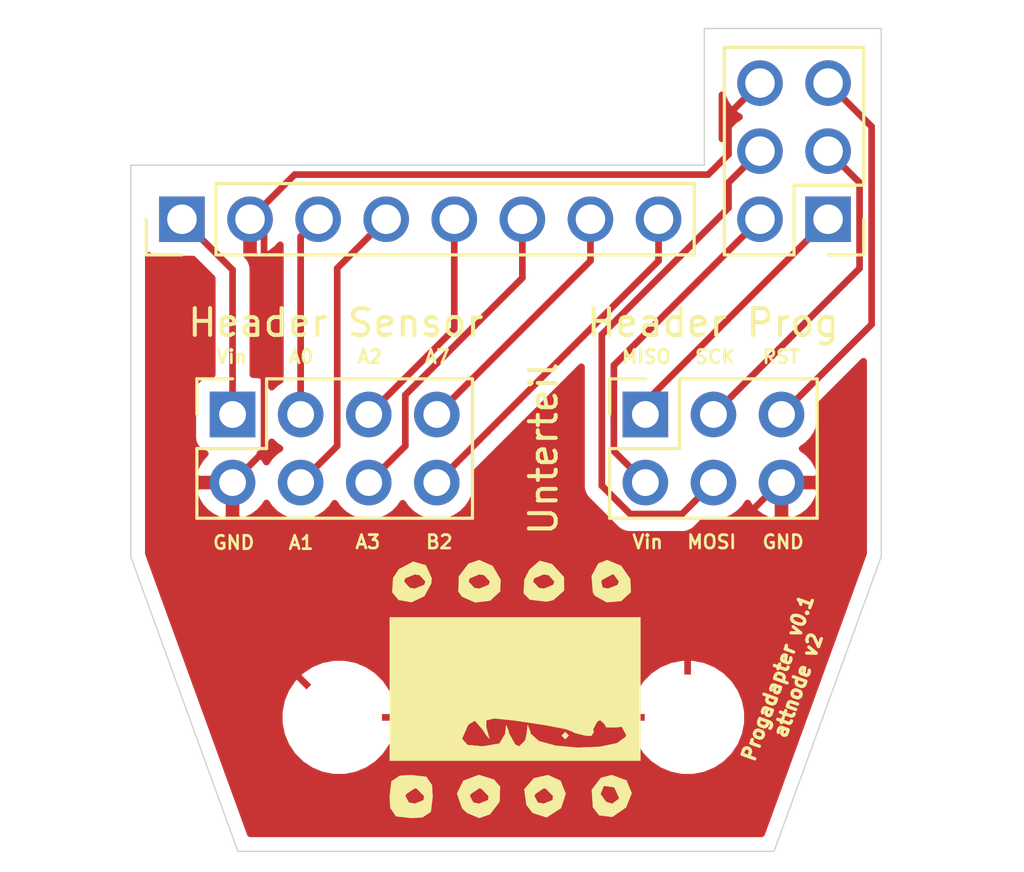
<source format=kicad_pcb>
(kicad_pcb (version 20171130) (host pcbnew "(5.1.8)-1")

  (general
    (thickness 1.6)
    (drawings 24)
    (tracks 50)
    (zones 0)
    (modules 7)
    (nets 14)
  )

  (page A4)
  (layers
    (0 F.Cu signal)
    (31 B.Cu signal)
    (32 B.Adhes user)
    (33 F.Adhes user)
    (34 B.Paste user)
    (35 F.Paste user)
    (36 B.SilkS user)
    (37 F.SilkS user)
    (38 B.Mask user)
    (39 F.Mask user)
    (40 Dwgs.User user)
    (41 Cmts.User user)
    (42 Eco1.User user)
    (43 Eco2.User user hide)
    (44 Edge.Cuts user)
    (45 Margin user)
    (46 B.CrtYd user)
    (47 F.CrtYd user)
    (48 B.Fab user)
    (49 F.Fab user)
  )

  (setup
    (last_trace_width 0.25)
    (trace_clearance 0.2)
    (zone_clearance 0.508)
    (zone_45_only no)
    (trace_min 0.2)
    (via_size 0.8)
    (via_drill 0.4)
    (via_min_size 0.4)
    (via_min_drill 0.3)
    (uvia_size 0.3)
    (uvia_drill 0.1)
    (uvias_allowed no)
    (uvia_min_size 0.2)
    (uvia_min_drill 0.1)
    (edge_width 0.05)
    (segment_width 0.2)
    (pcb_text_width 0.3)
    (pcb_text_size 1.5 1.5)
    (mod_edge_width 0.12)
    (mod_text_size 1 1)
    (mod_text_width 0.15)
    (pad_size 3.2 3.2)
    (pad_drill 3.2)
    (pad_to_mask_clearance 0.051)
    (solder_mask_min_width 0.25)
    (aux_axis_origin 0 0)
    (visible_elements 7FFFFFFF)
    (pcbplotparams
      (layerselection 0x010fc_ffffffff)
      (usegerberextensions false)
      (usegerberattributes false)
      (usegerberadvancedattributes false)
      (creategerberjobfile false)
      (excludeedgelayer true)
      (linewidth 0.100000)
      (plotframeref false)
      (viasonmask false)
      (mode 1)
      (useauxorigin false)
      (hpglpennumber 1)
      (hpglpenspeed 20)
      (hpglpendiameter 15.000000)
      (psnegative false)
      (psa4output false)
      (plotreference true)
      (plotvalue true)
      (plotinvisibletext false)
      (padsonsilk false)
      (subtractmaskfromsilk false)
      (outputformat 1)
      (mirror false)
      (drillshape 0)
      (scaleselection 1)
      (outputdirectory "Gerber_V2/"))
  )

  (net 0 "")
  (net 1 GND)
  (net 2 B2)
  (net 3 A7)
  (net 4 A3)
  (net 5 A2)
  (net 6 A1)
  (net 7 A0)
  (net 8 Vin)
  (net 9 PRG_Vin)
  (net 10 MISO)
  (net 11 MOSI)
  (net 12 SCK)
  (net 13 RST)

  (net_class Default "Dies ist die voreingestellte Netzklasse."
    (clearance 0.2)
    (trace_width 0.25)
    (via_dia 0.8)
    (via_drill 0.4)
    (uvia_dia 0.3)
    (uvia_drill 0.1)
    (add_net A0)
    (add_net A1)
    (add_net A2)
    (add_net A3)
    (add_net A7)
    (add_net B2)
    (add_net GND)
    (add_net MISO)
    (add_net MOSI)
    (add_net PRG_Vin)
    (add_net RST)
    (add_net SCK)
    (add_net Vin)
  )

  (module MountingHole:MountingHole_3.2mm_M3_DIN965 (layer F.Cu) (tedit 5FB16C0F) (tstamp 5FB22D09)
    (at 63.6778 83.1342)
    (descr "Mounting Hole 3.2mm, no annular, M3, DIN965")
    (tags "mounting hole 3.2mm no annular m3 din965")
    (attr virtual)
    (fp_text reference REF** (at 0 -3.8) (layer F.SilkS) hide
      (effects (font (size 1 1) (thickness 0.15)))
    )
    (fp_text value MountingHole_3.2mm_M3_DIN965 (at 0 3.8) (layer F.Fab)
      (effects (font (size 1 1) (thickness 0.15)))
    )
    (fp_circle (center 0 0) (end 3.05 0) (layer F.CrtYd) (width 0.05))
    (fp_circle (center 0 0) (end 2.8 0) (layer Cmts.User) (width 0.15))
    (fp_text user %R (at 0.3 0) (layer F.Fab)
      (effects (font (size 1 1) (thickness 0.15)))
    )
    (pad "" np_thru_hole circle (at 0.0982 -0.0342) (size 3.2 3.2) (drill 3.2) (layers *.Cu *.Mask))
  )

  (module MountingHole:MountingHole_3.2mm_M3_DIN965 (layer F.Cu) (tedit 56D1B4CB) (tstamp 5FB22CDE)
    (at 76.776 83.1)
    (descr "Mounting Hole 3.2mm, no annular, M3, DIN965")
    (tags "mounting hole 3.2mm no annular m3 din965")
    (attr virtual)
    (fp_text reference REF** (at 0 -3.8) (layer F.SilkS) hide
      (effects (font (size 1 1) (thickness 0.15)))
    )
    (fp_text value MountingHole_3.2mm_M3_DIN965 (at 0 3.8) (layer F.Fab)
      (effects (font (size 1 1) (thickness 0.15)))
    )
    (fp_circle (center 0 0) (end 3.05 0) (layer F.CrtYd) (width 0.05))
    (fp_circle (center 0 0) (end 2.8 0) (layer Cmts.User) (width 0.15))
    (fp_text user %R (at 0.3 0) (layer F.Fab)
      (effects (font (size 1 1) (thickness 0.15)))
    )
    (pad 1 np_thru_hole circle (at 0 0) (size 3.2 3.2) (drill 3.2) (layers *.Cu *.Mask))
  )

  (module "Logo Attno.de:Logo_druck" (layer F.Cu) (tedit 0) (tstamp 5FB21F7B)
    (at 70.2056 82.042)
    (fp_text reference G*** (at 0 0) (layer F.SilkS) hide
      (effects (font (size 1.524 1.524) (thickness 0.3)))
    )
    (fp_text value LOGO (at 0.75 0) (layer F.SilkS) hide
      (effects (font (size 1.524 1.524) (thickness 0.3)))
    )
    (fp_poly (pts (xy -3.175028 3.274671) (xy -2.965626 3.587178) (xy -2.941053 4.010526) (xy -3.007304 4.578657)
      (xy -3.319811 4.788059) (xy -3.743158 4.812632) (xy -4.311289 4.746381) (xy -4.520691 4.433874)
      (xy -4.545264 4.010526) (xy -4.542926 3.990474) (xy -3.959281 3.990474) (xy -3.830217 4.234271)
      (xy -3.609474 4.277895) (xy -3.276715 4.142232) (xy -3.259667 3.990474) (xy -3.535693 3.714239)
      (xy -3.609474 3.703053) (xy -3.922973 3.911204) (xy -3.959281 3.990474) (xy -4.542926 3.990474)
      (xy -4.479013 3.442395) (xy -4.166506 3.232994) (xy -3.743158 3.208421) (xy -3.175028 3.274671)) (layer F.SilkS) (width 0.01))
    (fp_poly (pts (xy -0.654718 3.377959) (xy -0.425046 3.643362) (xy -0.445336 4.206313) (xy -0.802298 4.673505)
      (xy -1.203158 4.812632) (xy -1.650245 4.625796) (xy -1.843455 4.445467) (xy -1.999823 3.990474)
      (xy -1.552965 3.990474) (xy -1.423901 4.234271) (xy -1.203158 4.277895) (xy -0.870399 4.142232)
      (xy -0.853351 3.990474) (xy -1.129378 3.714239) (xy -1.203158 3.703053) (xy -1.516657 3.911204)
      (xy -1.552965 3.990474) (xy -1.999823 3.990474) (xy -2.031887 3.897179) (xy -1.795855 3.42208)
      (xy -1.233012 3.208837) (xy -1.203158 3.208421) (xy -0.654718 3.377959)) (layer F.SilkS) (width 0.01))
    (fp_poly (pts (xy 1.830489 3.420844) (xy 2.023085 3.906185) (xy 1.850749 4.436547) (xy 1.843454 4.445467)
      (xy 1.308609 4.788602) (xy 0.789363 4.623462) (xy 0.556657 4.318854) (xy 0.512481 3.990474)
      (xy 0.85335 3.990474) (xy 0.982414 4.234271) (xy 1.203157 4.277895) (xy 1.535916 4.142232)
      (xy 1.552964 3.990474) (xy 1.276938 3.714239) (xy 1.203157 3.703053) (xy 0.889659 3.911204)
      (xy 0.85335 3.990474) (xy 0.512481 3.990474) (xy 0.479001 3.74161) (xy 0.834794 3.328056)
      (xy 1.36171 3.208421) (xy 1.830489 3.420844)) (layer F.SilkS) (width 0.01))
    (fp_poly (pts (xy 4.289104 3.40888) (xy 4.485854 3.883973) (xy 4.275068 4.414984) (xy 3.760298 4.770967)
      (xy 3.272011 4.712338) (xy 3.03774 4.411579) (xy 3.005955 3.923658) (xy 3.321753 3.923658)
      (xy 3.535729 4.214069) (xy 3.758937 4.277895) (xy 4.005698 4.098505) (xy 4.010526 4.055088)
      (xy 3.836112 3.667614) (xy 3.47406 3.613807) (xy 3.434135 3.635217) (xy 3.321753 3.923658)
      (xy 3.005955 3.923658) (xy 2.995131 3.757507) (xy 3.340792 3.309889) (xy 3.743157 3.208421)
      (xy 4.289104 3.40888)) (layer F.SilkS) (width 0.01))
    (fp_poly (pts (xy 4.812631 2.673684) (xy -4.545264 2.673684) (xy -4.545264 1.85671) (xy -1.84514 1.85671)
      (xy -1.640977 2.086836) (xy -1.069474 2.138947) (xy -0.449193 2.032284) (xy -0.236914 1.678869)
      (xy -0.236354 1.671053) (xy -0.199008 1.341536) (xy -0.120086 1.531401) (xy -0.083065 1.671053)
      (xy 0.137174 2.067551) (xy 0.286972 2.138947) (xy 0.512231 1.91694) (xy 0.565751 1.671053)
      (xy 0.603097 1.341536) (xy 0.682019 1.531401) (xy 0.71904 1.671053) (xy 1.023883 1.942669)
      (xy 1.661629 2.1152) (xy 2.468428 2.186887) (xy 3.280431 2.155969) (xy 3.933785 2.020685)
      (xy 4.264641 1.779275) (xy 4.277894 1.709289) (xy 4.113499 1.405706) (xy 3.876842 1.43353)
      (xy 3.532945 1.431665) (xy 3.475789 1.312671) (xy 3.31091 1.162077) (xy 3.204059 1.205853)
      (xy 3.040408 1.51151) (xy 3.071649 1.599214) (xy 2.983308 1.745726) (xy 2.741799 1.73488)
      (xy 2.344973 1.633411) (xy 2.272631 1.590545) (xy 2.017938 1.492766) (xy 1.298922 1.353099)
      (xy 0.183184 1.184476) (xy 0.064366 1.16815) (xy -0.638136 1.095906) (xy -0.934809 1.164674)
      (xy -0.945218 1.415944) (xy -0.918078 1.509049) (xy -0.821817 1.851758) (xy -0.926927 1.742986)
      (xy -1.080524 1.50529) (xy -1.365887 1.180679) (xy -1.595147 1.317081) (xy -1.631354 1.371606)
      (xy -1.84514 1.85671) (xy -4.545264 1.85671) (xy -4.545264 -2.673684) (xy 4.812631 -2.673684)
      (xy 4.812631 2.673684)) (layer F.SilkS) (width 0.01))
    (fp_poly (pts (xy -3.196971 -4.616923) (xy -2.979926 -4.140395) (xy -2.989143 -3.94488) (xy -3.252289 -3.462408)
      (xy -3.731266 -3.239198) (xy -4.214277 -3.323615) (xy -4.449336 -3.611454) (xy -4.423182 -4.010526)
      (xy -4.010527 -4.010526) (xy -3.79397 -3.773323) (xy -3.609474 -3.743158) (xy -3.253669 -3.887529)
      (xy -3.208422 -4.010526) (xy -3.424979 -4.24773) (xy -3.609474 -4.277895) (xy -3.96528 -4.133524)
      (xy -4.010527 -4.010526) (xy -4.423182 -4.010526) (xy -4.414565 -4.142002) (xy -4.201504 -4.468872)
      (xy -3.662664 -4.7517) (xy -3.196971 -4.616923)) (layer F.SilkS) (width 0.01))
    (fp_poly (pts (xy -0.698937 -4.587399) (xy -0.404882 -4.076307) (xy -0.425046 -3.643362) (xy -0.795864 -3.295983)
      (xy -1.358492 -3.230802) (xy -1.850527 -3.44782) (xy -1.981271 -3.643362) (xy -1.968038 -4.010526)
      (xy -1.604211 -4.010526) (xy -1.387654 -3.773323) (xy -1.203158 -3.743158) (xy -0.847353 -3.887529)
      (xy -0.802106 -4.010526) (xy -1.018663 -4.24773) (xy -1.203158 -4.277895) (xy -1.558964 -4.133524)
      (xy -1.604211 -4.010526) (xy -1.968038 -4.010526) (xy -1.960981 -4.206313) (xy -1.604019 -4.673505)
      (xy -1.203158 -4.812632) (xy -0.698937 -4.587399)) (layer F.SilkS) (width 0.01))
    (fp_poly (pts (xy 1.497215 -4.664621) (xy 1.521708 -4.649808) (xy 1.958071 -4.173721) (xy 1.961382 -3.672715)
      (xy 1.558773 -3.320009) (xy 1.304155 -3.2608) (xy 0.68795 -3.334446) (xy 0.453572 -3.569022)
      (xy 0.476776 -4.010526) (xy 0.802105 -4.010526) (xy 1.018662 -3.773323) (xy 1.203157 -3.743158)
      (xy 1.558963 -3.887529) (xy 1.60421 -4.010526) (xy 1.387653 -4.24773) (xy 1.203157 -4.277895)
      (xy 0.847352 -4.133524) (xy 0.802105 -4.010526) (xy 0.476776 -4.010526) (xy 0.480169 -4.075083)
      (xy 0.671125 -4.452433) (xy 1.053407 -4.785038) (xy 1.497215 -4.664621)) (layer F.SilkS) (width 0.01))
    (fp_poly (pts (xy 4.089816 -4.595979) (xy 4.434735 -4.1028) (xy 4.449882 -3.612879) (xy 4.088167 -3.2809)
      (xy 3.55026 -3.237404) (xy 3.109036 -3.48305) (xy 3.03774 -3.609474) (xy 3.005379 -4.010526)
      (xy 3.342105 -4.010526) (xy 3.402717 -3.781632) (xy 3.593694 -3.743158) (xy 3.959511 -3.882751)
      (xy 4.010526 -4.010526) (xy 3.818628 -4.270242) (xy 3.758937 -4.277895) (xy 3.39683 -4.083545)
      (xy 3.342105 -4.010526) (xy 3.005379 -4.010526) (xy 2.988838 -4.215517) (xy 3.2409 -4.683255)
      (xy 3.568344 -4.812632) (xy 4.089816 -4.595979)) (layer F.SilkS) (width 0.01))
    (fp_poly (pts (xy 2.138947 1.737895) (xy 2.005263 1.871579) (xy 1.871578 1.737895) (xy 2.005263 1.60421)
      (xy 2.138947 1.737895)) (layer F.SilkS) (width 0.01))
  )

  (module Connector_PinHeader_2.54mm:PinHeader_2x03_P2.54mm_Vertical (layer F.Cu) (tedit 5FB1263A) (tstamp 5E2A4CBB)
    (at 82.0166 64.516 180)
    (descr "Through hole straight pin header, 2x03, 2.54mm pitch, double rows")
    (tags "Through hole pin header THT 2x03 2.54mm double row")
    (path /5D69C5BF)
    (fp_text reference PRG-Out1 (at 1.27 -1.9304) (layer F.SilkS) hide
      (effects (font (size 0.8 0.8) (thickness 0.1)))
    )
    (fp_text value PRG (at 1.27 7.41) (layer F.Fab) hide
      (effects (font (size 1 1) (thickness 0.15)))
    )
    (fp_line (start 0 -1.27) (end 3.81 -1.27) (layer F.Fab) (width 0.1))
    (fp_line (start 3.81 -1.27) (end 3.81 6.35) (layer F.Fab) (width 0.1))
    (fp_line (start 3.81 6.35) (end -1.27 6.35) (layer F.Fab) (width 0.1))
    (fp_line (start -1.27 6.35) (end -1.27 0) (layer F.Fab) (width 0.1))
    (fp_line (start -1.27 0) (end 0 -1.27) (layer F.Fab) (width 0.1))
    (fp_line (start -1.33 6.41) (end 3.87 6.41) (layer F.SilkS) (width 0.12))
    (fp_line (start -1.33 1.27) (end -1.33 6.41) (layer F.SilkS) (width 0.12))
    (fp_line (start 3.87 -1.33) (end 3.87 6.41) (layer F.SilkS) (width 0.12))
    (fp_line (start -1.33 1.27) (end 1.27 1.27) (layer F.SilkS) (width 0.12))
    (fp_line (start 1.27 1.27) (end 1.27 -1.33) (layer F.SilkS) (width 0.12))
    (fp_line (start 1.27 -1.33) (end 3.87 -1.33) (layer F.SilkS) (width 0.12))
    (fp_line (start -1.33 0) (end -1.33 -1.33) (layer F.SilkS) (width 0.12))
    (fp_line (start -1.33 -1.33) (end 0 -1.33) (layer F.SilkS) (width 0.12))
    (fp_line (start -1.8 -1.8) (end -1.8 6.85) (layer F.CrtYd) (width 0.05))
    (fp_line (start -1.8 6.85) (end 4.35 6.85) (layer F.CrtYd) (width 0.05))
    (fp_line (start 4.35 6.85) (end 4.35 -1.8) (layer F.CrtYd) (width 0.05))
    (fp_line (start 4.35 -1.8) (end -1.8 -1.8) (layer F.CrtYd) (width 0.05))
    (fp_text user %R (at 1.27 2.54 180) (layer F.Fab) hide
      (effects (font (size 1 1) (thickness 0.15)))
    )
    (pad 6 thru_hole oval (at 2.54 5.08 180) (size 1.7 1.7) (drill 1.1) (layers *.Cu *.Mask)
      (net 1 GND))
    (pad 5 thru_hole oval (at 0 5.08 180) (size 1.7 1.7) (drill 1.1) (layers *.Cu *.Mask)
      (net 13 RST))
    (pad 4 thru_hole oval (at 2.54 2.54 180) (size 1.7 1.7) (drill 1.1) (layers *.Cu *.Mask)
      (net 11 MOSI))
    (pad 3 thru_hole oval (at 0 2.54 180) (size 1.7 1.7) (drill 1.1) (layers *.Cu *.Mask)
      (net 12 SCK))
    (pad 2 thru_hole oval (at 2.54 0 180) (size 1.7 1.7) (drill 1.1) (layers *.Cu *.Mask)
      (net 9 PRG_Vin))
    (pad 1 thru_hole rect (at 0 0 180) (size 1.7 1.7) (drill 1.1) (layers *.Cu *.Mask)
      (net 10 MISO))
  )

  (module Connector_PinSocket_2.54mm:PinSocket_2x03_P2.54mm_Vertical (layer F.Cu) (tedit 5A19A425) (tstamp 5FB10B53)
    (at 75.2 71.8 90)
    (descr "Through hole straight socket strip, 2x03, 2.54mm pitch, double cols (from Kicad 4.0.7), script generated")
    (tags "Through hole socket strip THT 2x03 2.54mm double row")
    (path /5FB3D82C)
    (fp_text reference "Header Prog" (at 3.4232 2.524 180) (layer F.SilkS)
      (effects (font (size 1 1) (thickness 0.15)))
    )
    (fp_text value Connector:Conn_01x14_Female (at -1.27 7.85 90) (layer F.Fab) hide
      (effects (font (size 1 1) (thickness 0.15)))
    )
    (fp_line (start -3.81 -1.27) (end 0.27 -1.27) (layer F.Fab) (width 0.1))
    (fp_line (start 0.27 -1.27) (end 1.27 -0.27) (layer F.Fab) (width 0.1))
    (fp_line (start 1.27 -0.27) (end 1.27 6.35) (layer F.Fab) (width 0.1))
    (fp_line (start 1.27 6.35) (end -3.81 6.35) (layer F.Fab) (width 0.1))
    (fp_line (start -3.81 6.35) (end -3.81 -1.27) (layer F.Fab) (width 0.1))
    (fp_line (start -3.87 -1.33) (end -1.27 -1.33) (layer F.SilkS) (width 0.12))
    (fp_line (start -3.87 -1.33) (end -3.87 6.41) (layer F.SilkS) (width 0.12))
    (fp_line (start -3.87 6.41) (end 1.33 6.41) (layer F.SilkS) (width 0.12))
    (fp_line (start 1.33 1.27) (end 1.33 6.41) (layer F.SilkS) (width 0.12))
    (fp_line (start -1.27 1.27) (end 1.33 1.27) (layer F.SilkS) (width 0.12))
    (fp_line (start -1.27 -1.33) (end -1.27 1.27) (layer F.SilkS) (width 0.12))
    (fp_line (start 1.33 -1.33) (end 1.33 0) (layer F.SilkS) (width 0.12))
    (fp_line (start 0 -1.33) (end 1.33 -1.33) (layer F.SilkS) (width 0.12))
    (fp_line (start -4.34 -1.8) (end 1.76 -1.8) (layer F.CrtYd) (width 0.05))
    (fp_line (start 1.76 -1.8) (end 1.76 6.85) (layer F.CrtYd) (width 0.05))
    (fp_line (start 1.76 6.85) (end -4.34 6.85) (layer F.CrtYd) (width 0.05))
    (fp_line (start -4.34 6.85) (end -4.34 -1.8) (layer F.CrtYd) (width 0.05))
    (fp_text user %R (at -1.27 2.54) (layer F.Fab)
      (effects (font (size 1 1) (thickness 0.15)))
    )
    (pad 1 thru_hole rect (at 0 0 90) (size 1.7 1.7) (drill 1) (layers *.Cu *.Mask)
      (net 10 MISO))
    (pad 2 thru_hole oval (at -2.54 0 90) (size 1.7 1.7) (drill 1) (layers *.Cu *.Mask)
      (net 9 PRG_Vin))
    (pad 3 thru_hole oval (at 0 2.54 90) (size 1.7 1.7) (drill 1) (layers *.Cu *.Mask)
      (net 12 SCK))
    (pad 4 thru_hole oval (at -2.54 2.54 90) (size 1.7 1.7) (drill 1) (layers *.Cu *.Mask)
      (net 11 MOSI))
    (pad 5 thru_hole oval (at 0 5.08 90) (size 1.7 1.7) (drill 1) (layers *.Cu *.Mask)
      (net 13 RST))
    (pad 6 thru_hole oval (at -2.54 5.08 90) (size 1.7 1.7) (drill 1) (layers *.Cu *.Mask)
      (net 1 GND))
  )

  (module Connector_PinHeader_2.54mm:PinHeader_1x08_P2.54mm_Vertical (layer F.Cu) (tedit 5FB12615) (tstamp 5E2A8742)
    (at 57.912 64.516 90)
    (descr "Through hole straight pin header, 1x08, 2.54mm pitch, single row")
    (tags "Through hole pin header THT 1x08 2.54mm single row")
    (path /5D68DC89)
    (fp_text reference J1 (at 1.8923 -0.0381) (layer F.SilkS) hide
      (effects (font (size 0.8 0.8) (thickness 0.1)))
    )
    (fp_text value J1 (at 0 20.11 90) (layer F.Fab) hide
      (effects (font (size 1 1) (thickness 0.15)))
    )
    (fp_line (start -0.635 -1.27) (end 1.27 -1.27) (layer F.Fab) (width 0.1))
    (fp_line (start 1.27 -1.27) (end 1.27 19.05) (layer F.Fab) (width 0.1))
    (fp_line (start 1.27 19.05) (end -1.27 19.05) (layer F.Fab) (width 0.1))
    (fp_line (start -1.27 19.05) (end -1.27 -0.635) (layer F.Fab) (width 0.1))
    (fp_line (start -1.27 -0.635) (end -0.635 -1.27) (layer F.Fab) (width 0.1))
    (fp_line (start -1.33 19.11) (end 1.33 19.11) (layer F.SilkS) (width 0.12))
    (fp_line (start -1.33 1.27) (end -1.33 19.11) (layer F.SilkS) (width 0.12))
    (fp_line (start 1.33 1.27) (end 1.33 19.11) (layer F.SilkS) (width 0.12))
    (fp_line (start -1.33 1.27) (end 1.33 1.27) (layer F.SilkS) (width 0.12))
    (fp_line (start -1.33 0) (end -1.33 -1.33) (layer F.SilkS) (width 0.12))
    (fp_line (start -1.33 -1.33) (end 0 -1.33) (layer F.SilkS) (width 0.12))
    (fp_line (start -1.8 -1.8) (end -1.8 19.55) (layer F.CrtYd) (width 0.05))
    (fp_line (start -1.8 19.55) (end 1.8 19.55) (layer F.CrtYd) (width 0.05))
    (fp_line (start 1.8 19.55) (end 1.8 -1.8) (layer F.CrtYd) (width 0.05))
    (fp_line (start 1.8 -1.8) (end -1.8 -1.8) (layer F.CrtYd) (width 0.05))
    (fp_text user %R (at 0 8.89) (layer F.Fab) hide
      (effects (font (size 1 1) (thickness 0.15)))
    )
    (pad 8 thru_hole oval (at 0 17.78 90) (size 1.7 1.7) (drill 1.1) (layers *.Cu *.Mask)
      (net 2 B2))
    (pad 7 thru_hole oval (at 0 15.24 90) (size 1.7 1.7) (drill 1.1) (layers *.Cu *.Mask)
      (net 3 A7))
    (pad 6 thru_hole oval (at 0 12.7 90) (size 1.7 1.7) (drill 1.1) (layers *.Cu *.Mask)
      (net 4 A3))
    (pad 5 thru_hole oval (at 0 10.16 90) (size 1.7 1.7) (drill 1.1) (layers *.Cu *.Mask)
      (net 5 A2))
    (pad 4 thru_hole oval (at 0 7.62 90) (size 1.7 1.7) (drill 1.1) (layers *.Cu *.Mask)
      (net 6 A1))
    (pad 3 thru_hole oval (at 0 5.08 90) (size 1.7 1.7) (drill 1.1) (layers *.Cu *.Mask)
      (net 7 A0))
    (pad 2 thru_hole oval (at 0 2.54 90) (size 1.7 1.7) (drill 1.1) (layers *.Cu *.Mask)
      (net 1 GND))
    (pad 1 thru_hole rect (at 0 0 90) (size 1.7 1.7) (drill 1.1) (layers *.Cu *.Mask)
      (net 8 Vin))
  )

  (module Connector_PinSocket_2.54mm:PinSocket_2x04_P2.54mm_Vertical (layer F.Cu) (tedit 5A19A422) (tstamp 5FB12780)
    (at 59.8 71.8 90)
    (descr "Through hole straight socket strip, 2x04, 2.54mm pitch, double cols (from Kicad 4.0.7), script generated")
    (tags "Through hole socket strip THT 2x04 2.54mm double row")
    (path /5FB110AB)
    (fp_text reference "Header Sensor" (at 3.4232 3.8524 180) (layer F.SilkS)
      (effects (font (size 1 1) (thickness 0.15)))
    )
    (fp_text value Connector:Conn_01x14_Female (at -1.27 10.39 90) (layer F.Fab)
      (effects (font (size 1 1) (thickness 0.15)))
    )
    (fp_line (start -4.34 9.4) (end -4.34 -1.8) (layer F.CrtYd) (width 0.05))
    (fp_line (start 1.76 9.4) (end -4.34 9.4) (layer F.CrtYd) (width 0.05))
    (fp_line (start 1.76 -1.8) (end 1.76 9.4) (layer F.CrtYd) (width 0.05))
    (fp_line (start -4.34 -1.8) (end 1.76 -1.8) (layer F.CrtYd) (width 0.05))
    (fp_line (start 0 -1.33) (end 1.33 -1.33) (layer F.SilkS) (width 0.12))
    (fp_line (start 1.33 -1.33) (end 1.33 0) (layer F.SilkS) (width 0.12))
    (fp_line (start -1.27 -1.33) (end -1.27 1.27) (layer F.SilkS) (width 0.12))
    (fp_line (start -1.27 1.27) (end 1.33 1.27) (layer F.SilkS) (width 0.12))
    (fp_line (start 1.33 1.27) (end 1.33 8.95) (layer F.SilkS) (width 0.12))
    (fp_line (start -3.87 8.95) (end 1.33 8.95) (layer F.SilkS) (width 0.12))
    (fp_line (start -3.87 -1.33) (end -3.87 8.95) (layer F.SilkS) (width 0.12))
    (fp_line (start -3.87 -1.33) (end -1.27 -1.33) (layer F.SilkS) (width 0.12))
    (fp_line (start -3.81 8.89) (end -3.81 -1.27) (layer F.Fab) (width 0.1))
    (fp_line (start 1.27 8.89) (end -3.81 8.89) (layer F.Fab) (width 0.1))
    (fp_line (start 1.27 -0.27) (end 1.27 8.89) (layer F.Fab) (width 0.1))
    (fp_line (start 0.27 -1.27) (end 1.27 -0.27) (layer F.Fab) (width 0.1))
    (fp_line (start -3.81 -1.27) (end 0.27 -1.27) (layer F.Fab) (width 0.1))
    (fp_text user %R (at -1.27 3.81) (layer F.Fab)
      (effects (font (size 1 1) (thickness 0.15)))
    )
    (pad 1 thru_hole rect (at 0 0 90) (size 1.7 1.7) (drill 1) (layers *.Cu *.Mask)
      (net 8 Vin))
    (pad 2 thru_hole oval (at -2.54 0 90) (size 1.7 1.7) (drill 1) (layers *.Cu *.Mask)
      (net 1 GND))
    (pad 3 thru_hole oval (at 0 2.54 90) (size 1.7 1.7) (drill 1) (layers *.Cu *.Mask)
      (net 7 A0))
    (pad 4 thru_hole oval (at -2.54 2.54 90) (size 1.7 1.7) (drill 1) (layers *.Cu *.Mask)
      (net 6 A1))
    (pad 5 thru_hole oval (at 0 5.08 90) (size 1.7 1.7) (drill 1) (layers *.Cu *.Mask)
      (net 5 A2))
    (pad 6 thru_hole oval (at -2.54 5.08 90) (size 1.7 1.7) (drill 1) (layers *.Cu *.Mask)
      (net 4 A3))
    (pad 7 thru_hole oval (at 0 7.62 90) (size 1.7 1.7) (drill 1) (layers *.Cu *.Mask)
      (net 3 A7))
    (pad 8 thru_hole oval (at -2.54 7.62 90) (size 1.7 1.7) (drill 1) (layers *.Cu *.Mask)
      (net 2 B2))
  )

  (gr_text GND (at 80.3402 76.5556) (layer F.SilkS) (tstamp 5FB16EDB)
    (effects (font (size 0.5 0.5) (thickness 0.1)))
  )
  (gr_text MOSI (at 77.6732 76.5556) (layer F.SilkS) (tstamp 5FB16EB5)
    (effects (font (size 0.5 0.5) (thickness 0.1)))
  )
  (gr_text RST (at 80.264 69.6468) (layer F.SilkS) (tstamp 5FB16E9E)
    (effects (font (size 0.5 0.5) (thickness 0.1)))
  )
  (gr_text SCK (at 77.8002 69.6468) (layer F.SilkS) (tstamp 5FB16E89)
    (effects (font (size 0.5 0.5) (thickness 0.1)))
  )
  (gr_text B2 (at 67.5132 76.5556) (layer F.SilkS) (tstamp 5FB16E41)
    (effects (font (size 0.5 0.5) (thickness 0.1)))
  )
  (gr_text A3 (at 64.8462 76.5556) (layer F.SilkS) (tstamp 5FB16E3D)
    (effects (font (size 0.5 0.5) (thickness 0.1)))
  )
  (gr_text A1 (at 62.357 76.581) (layer F.SilkS) (tstamp 5FB16E10)
    (effects (font (size 0.5 0.5) (thickness 0.1)))
  )
  (gr_text A7 (at 67.437 69.6468) (layer F.SilkS) (tstamp 5FB16DF1)
    (effects (font (size 0.5 0.5) (thickness 0.1)))
  )
  (gr_text A2 (at 64.9224 69.6468) (layer F.SilkS) (tstamp 5FB16DEF)
    (effects (font (size 0.5 0.5) (thickness 0.1)))
  )
  (gr_text GND (at 59.8424 76.581) (layer F.SilkS) (tstamp 5FB21ACA)
    (effects (font (size 0.5 0.5) (thickness 0.1)))
  )
  (gr_text Vin (at 75.2856 76.5556) (layer F.SilkS) (tstamp 5FB21B18)
    (effects (font (size 0.5 0.5) (thickness 0.1)))
  )
  (gr_text MISO (at 75.2348 69.6468) (layer F.SilkS) (tstamp 5FB21AF8)
    (effects (font (size 0.5 0.5) (thickness 0.1)))
  )
  (gr_text A0 (at 62.357 69.6468) (layer F.SilkS) (tstamp 5FB21AD0)
    (effects (font (size 0.5 0.5) (thickness 0.1)))
  )
  (gr_text Vin (at 59.7662 69.6468) (layer F.SilkS)
    (effects (font (size 0.5 0.5) (thickness 0.1)))
  )
  (gr_text "Progadapter v0.1\nattnode v2" (at 80.518 81.7626 70) (layer F.SilkS)
    (effects (font (size 0.5 0.5) (thickness 0.125)))
  )
  (gr_text Unterteil (at 71.3994 73.0758 90) (layer F.SilkS)
    (effects (font (size 1 1) (thickness 0.15)))
  )
  (gr_line (start 77.4 62.5) (end 77.4 57.4) (layer Edge.Cuts) (width 0.05))
  (gr_line (start 56 62.5) (end 77.4 62.5) (layer Edge.Cuts) (width 0.05))
  (gr_line (start 84 57.4) (end 77.4 57.4) (layer Edge.Cuts) (width 0.05))
  (gr_line (start 56 77.1) (end 56 62.5) (layer Edge.Cuts) (width 0.05) (tstamp 5FB1788D))
  (gr_line (start 84 77.1) (end 84 57.4) (layer Edge.Cuts) (width 0.05))
  (gr_line (start 56 77.1) (end 60 88.1) (layer Edge.Cuts) (width 0.05))
  (gr_line (start 80 88.1) (end 84 77.1) (layer Edge.Cuts) (width 0.05))
  (gr_line (start 60 88.1) (end 80 88.1) (layer Edge.Cuts) (width 0.05))

  (segment (start 80.28 74.34) (end 80.219 74.34) (width 0.25) (layer F.Cu) (net 1))
  (segment (start 76.776 77.783) (end 76.776 83.1) (width 0.25) (layer F.Cu) (net 1))
  (segment (start 80.219 74.34) (end 76.776 77.783) (width 0.25) (layer F.Cu) (net 1))
  (segment (start 76.776 83.1) (end 63.776 83.1) (width 0.25) (layer F.Cu) (net 1))
  (segment (start 60.975001 73.164999) (end 59.8 74.34) (width 0.25) (layer F.Cu) (net 1))
  (segment (start 60.975001 65.039001) (end 60.975001 73.164999) (width 0.25) (layer F.Cu) (net 1))
  (segment (start 60.452 64.516) (end 60.975001 65.039001) (width 0.25) (layer F.Cu) (net 1))
  (segment (start 59.8 79.124) (end 63.776 83.1) (width 0.25) (layer F.Cu) (net 1))
  (segment (start 59.8 74.34) (end 59.8 79.124) (width 0.25) (layer F.Cu) (net 1))
  (segment (start 78.301599 60.611001) (end 79.4766 59.436) (width 0.25) (layer F.Cu) (net 1))
  (segment (start 78.301599 62.093389) (end 78.301599 60.611001) (width 0.25) (layer F.Cu) (net 1))
  (segment (start 77.544978 62.85001) (end 78.301599 62.093389) (width 0.25) (layer F.Cu) (net 1))
  (segment (start 62.11799 62.85001) (end 77.544978 62.85001) (width 0.25) (layer F.Cu) (net 1))
  (segment (start 60.452 64.516) (end 62.11799 62.85001) (width 0.25) (layer F.Cu) (net 1))
  (segment (start 75.692 66.068) (end 75.692 64.516) (width 0.25) (layer F.Cu) (net 2))
  (segment (start 67.42 74.34) (end 75.692 66.068) (width 0.25) (layer F.Cu) (net 2))
  (segment (start 73.152 66.068) (end 73.152 64.516) (width 0.25) (layer F.Cu) (net 3))
  (segment (start 67.42 71.8) (end 73.152 66.068) (width 0.25) (layer F.Cu) (net 3))
  (segment (start 70.612 66.70441) (end 70.612 64.516) (width 0.25) (layer F.Cu) (net 4))
  (segment (start 66.244999 71.071411) (end 70.612 66.70441) (width 0.25) (layer F.Cu) (net 4))
  (segment (start 66.244999 72.975001) (end 66.244999 71.071411) (width 0.25) (layer F.Cu) (net 4))
  (segment (start 64.88 74.34) (end 66.244999 72.975001) (width 0.25) (layer F.Cu) (net 4))
  (segment (start 68.072 68.608) (end 64.88 71.8) (width 0.25) (layer F.Cu) (net 5))
  (segment (start 68.072 64.516) (end 68.072 68.608) (width 0.25) (layer F.Cu) (net 5))
  (segment (start 63.704999 66.343001) (end 65.532 64.516) (width 0.25) (layer F.Cu) (net 6))
  (segment (start 63.704999 72.975001) (end 63.704999 66.343001) (width 0.25) (layer F.Cu) (net 6))
  (segment (start 62.34 74.34) (end 63.704999 72.975001) (width 0.25) (layer F.Cu) (net 6))
  (segment (start 62.34 65.168) (end 62.992 64.516) (width 0.25) (layer F.Cu) (net 7))
  (segment (start 62.34 71.8) (end 62.34 65.168) (width 0.25) (layer F.Cu) (net 7))
  (segment (start 59.8 66.404) (end 57.912 64.516) (width 0.25) (layer F.Cu) (net 8))
  (segment (start 59.8 71.8) (end 59.8 66.404) (width 0.25) (layer F.Cu) (net 8))
  (segment (start 74.024999 69.967601) (end 79.4766 64.516) (width 0.25) (layer F.Cu) (net 9))
  (segment (start 74.024999 73.164999) (end 74.024999 69.967601) (width 0.25) (layer F.Cu) (net 9))
  (segment (start 75.2 74.34) (end 74.024999 73.164999) (width 0.25) (layer F.Cu) (net 9))
  (segment (start 75.2 71.3326) (end 82.0166 64.516) (width 0.25) (layer F.Cu) (net 10))
  (segment (start 75.2 71.8) (end 75.2 71.3326) (width 0.25) (layer F.Cu) (net 10))
  (segment (start 78.301599 63.151001) (end 79.4766 61.976) (width 0.25) (layer F.Cu) (net 11))
  (segment (start 78.301599 64.094811) (end 78.301599 63.151001) (width 0.25) (layer F.Cu) (net 11))
  (segment (start 73.57499 68.82142) (end 78.301599 64.094811) (width 0.25) (layer F.Cu) (net 11))
  (segment (start 73.57499 74.453992) (end 73.57499 68.82142) (width 0.25) (layer F.Cu) (net 11))
  (segment (start 74.635999 75.515001) (end 73.57499 74.453992) (width 0.25) (layer F.Cu) (net 11))
  (segment (start 76.564999 75.515001) (end 74.635999 75.515001) (width 0.25) (layer F.Cu) (net 11))
  (segment (start 77.74 74.34) (end 76.564999 75.515001) (width 0.25) (layer F.Cu) (net 11))
  (segment (start 83.191601 63.151001) (end 82.0166 61.976) (width 0.25) (layer F.Cu) (net 12))
  (segment (start 83.191601 66.348399) (end 83.191601 63.151001) (width 0.25) (layer F.Cu) (net 12))
  (segment (start 77.74 71.8) (end 83.191601 66.348399) (width 0.25) (layer F.Cu) (net 12))
  (segment (start 80.466401 72.250009) (end 80.28 72.250009) (width 0.25) (layer F.Cu) (net 13))
  (segment (start 83.641611 61.061011) (end 82.0166 59.436) (width 0.25) (layer F.Cu) (net 13))
  (segment (start 83.641611 68.438389) (end 83.641611 61.061011) (width 0.25) (layer F.Cu) (net 13))
  (segment (start 80.28 71.8) (end 83.641611 68.438389) (width 0.25) (layer F.Cu) (net 13))

  (zone (net 1) (net_name GND) (layer F.Cu) (tstamp 0) (hatch edge 0.508)
    (connect_pads (clearance 0.508))
    (min_thickness 0.254)
    (fill yes (arc_segments 32) (thermal_gap 0.508) (thermal_bridge_width 0.508))
    (polygon
      (pts
        (xy 86.0298 88.8746) (xy 55.8038 88.646) (xy 53.7972 57.3024) (xy 85.725 56.3372)
      )
    )
    (filled_polygon
      (pts
        (xy 56.707506 65.896537) (xy 56.81782 65.955502) (xy 56.937518 65.991812) (xy 57.062 66.004072) (xy 58.32527 66.004072)
        (xy 59.040001 66.718803) (xy 59.04 70.311928) (xy 58.95 70.311928) (xy 58.825518 70.324188) (xy 58.70582 70.360498)
        (xy 58.595506 70.419463) (xy 58.498815 70.498815) (xy 58.419463 70.595506) (xy 58.360498 70.70582) (xy 58.324188 70.825518)
        (xy 58.311928 70.95) (xy 58.311928 72.65) (xy 58.324188 72.774482) (xy 58.360498 72.89418) (xy 58.419463 73.004494)
        (xy 58.498815 73.101185) (xy 58.595506 73.180537) (xy 58.70582 73.239502) (xy 58.781626 73.262498) (xy 58.604822 73.458645)
        (xy 58.455843 73.708748) (xy 58.358519 73.983109) (xy 58.479186 74.213) (xy 59.673 74.213) (xy 59.673 74.193)
        (xy 59.927 74.193) (xy 59.927 74.213) (xy 59.947 74.213) (xy 59.947 74.467) (xy 59.927 74.467)
        (xy 59.927 75.660155) (xy 60.15689 75.781476) (xy 60.304099 75.736825) (xy 60.56692 75.611641) (xy 60.800269 75.437588)
        (xy 60.995178 75.221355) (xy 61.064805 75.104466) (xy 61.186525 75.286632) (xy 61.393368 75.493475) (xy 61.636589 75.65599)
        (xy 61.906842 75.767932) (xy 62.19374 75.825) (xy 62.48626 75.825) (xy 62.773158 75.767932) (xy 63.043411 75.65599)
        (xy 63.286632 75.493475) (xy 63.493475 75.286632) (xy 63.61 75.11224) (xy 63.726525 75.286632) (xy 63.933368 75.493475)
        (xy 64.176589 75.65599) (xy 64.446842 75.767932) (xy 64.73374 75.825) (xy 65.02626 75.825) (xy 65.313158 75.767932)
        (xy 65.583411 75.65599) (xy 65.826632 75.493475) (xy 66.033475 75.286632) (xy 66.15 75.11224) (xy 66.266525 75.286632)
        (xy 66.473368 75.493475) (xy 66.716589 75.65599) (xy 66.986842 75.767932) (xy 67.27374 75.825) (xy 67.56626 75.825)
        (xy 67.853158 75.767932) (xy 68.123411 75.65599) (xy 68.366632 75.493475) (xy 68.573475 75.286632) (xy 68.73599 75.043411)
        (xy 68.847932 74.773158) (xy 68.905 74.48626) (xy 68.905 74.19374) (xy 68.861209 73.973592) (xy 72.814991 70.019811)
        (xy 72.81499 74.416669) (xy 72.811314 74.453992) (xy 72.81499 74.491314) (xy 72.81499 74.491324) (xy 72.825987 74.602977)
        (xy 72.854475 74.696891) (xy 72.869444 74.746238) (xy 72.940016 74.878268) (xy 72.94146 74.880027) (xy 73.034989 74.993993)
        (xy 73.063992 75.017796) (xy 74.0722 76.026004) (xy 74.095998 76.055002) (xy 74.211723 76.149975) (xy 74.343752 76.220547)
        (xy 74.487013 76.264004) (xy 74.598666 76.275001) (xy 74.598675 76.275001) (xy 74.635998 76.278677) (xy 74.673321 76.275001)
        (xy 76.527677 76.275001) (xy 76.564999 76.278677) (xy 76.602321 76.275001) (xy 76.602332 76.275001) (xy 76.713985 76.264004)
        (xy 76.857246 76.220547) (xy 76.989275 76.149975) (xy 77.105 76.055002) (xy 77.128803 76.025998) (xy 77.373592 75.781209)
        (xy 77.59374 75.825) (xy 77.88626 75.825) (xy 78.173158 75.767932) (xy 78.443411 75.65599) (xy 78.686632 75.493475)
        (xy 78.893475 75.286632) (xy 79.015195 75.104466) (xy 79.084822 75.221355) (xy 79.279731 75.437588) (xy 79.51308 75.611641)
        (xy 79.775901 75.736825) (xy 79.92311 75.781476) (xy 80.153 75.660155) (xy 80.153 74.467) (xy 80.407 74.467)
        (xy 80.407 75.660155) (xy 80.63689 75.781476) (xy 80.784099 75.736825) (xy 81.04692 75.611641) (xy 81.280269 75.437588)
        (xy 81.475178 75.221355) (xy 81.624157 74.971252) (xy 81.721481 74.696891) (xy 81.600814 74.467) (xy 80.407 74.467)
        (xy 80.153 74.467) (xy 80.133 74.467) (xy 80.133 74.213) (xy 80.153 74.213) (xy 80.153 74.193)
        (xy 80.407 74.193) (xy 80.407 74.213) (xy 81.600814 74.213) (xy 81.721481 73.983109) (xy 81.624157 73.708748)
        (xy 81.475178 73.458645) (xy 81.280269 73.242412) (xy 81.050594 73.0711) (xy 81.226632 72.953475) (xy 81.433475 72.746632)
        (xy 81.59599 72.503411) (xy 81.707932 72.233158) (xy 81.765 71.94626) (xy 81.765 71.65374) (xy 81.721209 71.433592)
        (xy 83.34 69.814801) (xy 83.34 76.983724) (xy 79.537719 87.44) (xy 60.462282 87.44) (xy 58.804054 82.879872)
        (xy 61.541 82.879872) (xy 61.541 83.320128) (xy 61.62689 83.751925) (xy 61.795369 84.158669) (xy 62.039962 84.524729)
        (xy 62.351271 84.836038) (xy 62.717331 85.080631) (xy 63.124075 85.24911) (xy 63.555872 85.335) (xy 63.996128 85.335)
        (xy 64.427925 85.24911) (xy 64.834669 85.080631) (xy 65.200729 84.836038) (xy 65.512038 84.524729) (xy 65.756631 84.158669)
        (xy 65.92511 83.751925) (xy 66.011 83.320128) (xy 66.011 82.879872) (xy 74.541 82.879872) (xy 74.541 83.320128)
        (xy 74.62689 83.751925) (xy 74.795369 84.158669) (xy 75.039962 84.524729) (xy 75.351271 84.836038) (xy 75.717331 85.080631)
        (xy 76.124075 85.24911) (xy 76.555872 85.335) (xy 76.996128 85.335) (xy 77.427925 85.24911) (xy 77.834669 85.080631)
        (xy 78.200729 84.836038) (xy 78.512038 84.524729) (xy 78.756631 84.158669) (xy 78.92511 83.751925) (xy 79.011 83.320128)
        (xy 79.011 82.879872) (xy 78.92511 82.448075) (xy 78.756631 82.041331) (xy 78.512038 81.675271) (xy 78.200729 81.363962)
        (xy 77.834669 81.119369) (xy 77.427925 80.95089) (xy 76.996128 80.865) (xy 76.555872 80.865) (xy 76.124075 80.95089)
        (xy 75.717331 81.119369) (xy 75.351271 81.363962) (xy 75.039962 81.675271) (xy 74.795369 82.041331) (xy 74.62689 82.448075)
        (xy 74.541 82.879872) (xy 66.011 82.879872) (xy 65.92511 82.448075) (xy 65.756631 82.041331) (xy 65.512038 81.675271)
        (xy 65.200729 81.363962) (xy 64.834669 81.119369) (xy 64.427925 80.95089) (xy 63.996128 80.865) (xy 63.555872 80.865)
        (xy 63.124075 80.95089) (xy 62.717331 81.119369) (xy 62.351271 81.363962) (xy 62.039962 81.675271) (xy 61.795369 82.041331)
        (xy 61.62689 82.448075) (xy 61.541 82.879872) (xy 58.804054 82.879872) (xy 56.66 76.983727) (xy 56.66 74.696891)
        (xy 58.358519 74.696891) (xy 58.455843 74.971252) (xy 58.604822 75.221355) (xy 58.799731 75.437588) (xy 59.03308 75.611641)
        (xy 59.295901 75.736825) (xy 59.44311 75.781476) (xy 59.673 75.660155) (xy 59.673 74.467) (xy 58.479186 74.467)
        (xy 58.358519 74.696891) (xy 56.66 74.696891) (xy 56.66 65.85755)
      )
    )
    (filled_polygon
      (pts
        (xy 61.393368 72.953475) (xy 61.56776 73.07) (xy 61.393368 73.186525) (xy 61.186525 73.393368) (xy 61.064805 73.575534)
        (xy 60.995178 73.458645) (xy 60.818374 73.262498) (xy 60.89418 73.239502) (xy 61.004494 73.180537) (xy 61.101185 73.101185)
        (xy 61.180537 73.004494) (xy 61.239502 72.89418) (xy 61.261513 72.82162)
      )
    )
    (filled_polygon
      (pts
        (xy 60.579 64.389) (xy 60.599 64.389) (xy 60.599 64.643) (xy 60.579 64.643) (xy 60.579 65.836155)
        (xy 60.80889 65.957476) (xy 60.956099 65.912825) (xy 61.21892 65.787641) (xy 61.452269 65.613588) (xy 61.580001 65.471882)
        (xy 61.58 70.521821) (xy 61.393368 70.646525) (xy 61.261513 70.77838) (xy 61.239502 70.70582) (xy 61.180537 70.595506)
        (xy 61.101185 70.498815) (xy 61.004494 70.419463) (xy 60.89418 70.360498) (xy 60.774482 70.324188) (xy 60.65 70.311928)
        (xy 60.56 70.311928) (xy 60.56 66.441322) (xy 60.563676 66.403999) (xy 60.56 66.366676) (xy 60.56 66.366667)
        (xy 60.549003 66.255014) (xy 60.505546 66.111753) (xy 60.434974 65.979724) (xy 60.340001 65.863999) (xy 60.313481 65.842234)
        (xy 60.325 65.836155) (xy 60.325 64.643) (xy 60.305 64.643) (xy 60.305 64.389) (xy 60.325 64.389)
        (xy 60.325 64.369) (xy 60.579 64.369)
      )
    )
    (filled_polygon
      (pts
        (xy 78.079775 59.940099) (xy 78.204959 60.20292) (xy 78.379012 60.436269) (xy 78.595245 60.631178) (xy 78.712134 60.700805)
        (xy 78.529968 60.822525) (xy 78.323125 61.029368) (xy 78.16061 61.272589) (xy 78.06 61.515484) (xy 78.06 59.874903)
      )
    )
    (filled_polygon
      (pts
        (xy 79.6036 59.309) (xy 79.6236 59.309) (xy 79.6236 59.563) (xy 79.6036 59.563) (xy 79.6036 59.583)
        (xy 79.3496 59.583) (xy 79.3496 59.563) (xy 79.3296 59.563) (xy 79.3296 59.309) (xy 79.3496 59.309)
        (xy 79.3496 59.289) (xy 79.6036 59.289)
      )
    )
  )
)

</source>
